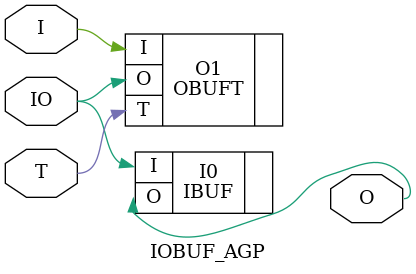
<source format=v>


`timescale  1 ps / 1 ps


module IOBUF_AGP (O, IO, I, T);

    output O;

    inout  IO;

    input  I, T;

        OBUFT #(.IOSTANDARD("AGP") ) O1 (.O(IO), .I(I), .T(T)); 
	IBUF #(.IOSTANDARD("AGP"))  I0 (.O(O), .I(IO));
        

endmodule



</source>
